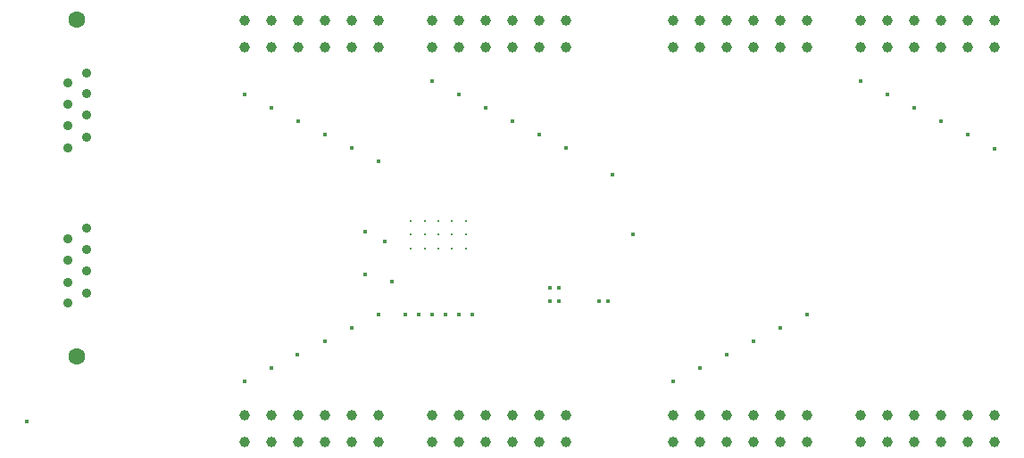
<source format=gbr>
%TF.GenerationSoftware,KiCad,Pcbnew,7.0.5*%
%TF.CreationDate,2024-02-06T06:58:20+01:00*%
%TF.ProjectId,test,74657374-2e6b-4696-9361-645f70636258,rev?*%
%TF.SameCoordinates,Original*%
%TF.FileFunction,Plated,1,2,PTH,Drill*%
%TF.FilePolarity,Positive*%
%FSLAX46Y46*%
G04 Gerber Fmt 4.6, Leading zero omitted, Abs format (unit mm)*
G04 Created by KiCad (PCBNEW 7.0.5) date 2024-02-06 06:58:20*
%MOMM*%
%LPD*%
G01*
G04 APERTURE LIST*
%TA.AperFunction,ComponentDrill*%
%ADD10C,0.300000*%
%TD*%
%TA.AperFunction,ViaDrill*%
%ADD11C,0.400000*%
%TD*%
%TA.AperFunction,ComponentDrill*%
%ADD12C,0.900000*%
%TD*%
%TA.AperFunction,ComponentDrill*%
%ADD13C,1.000000*%
%TD*%
%TA.AperFunction,ComponentDrill*%
%ADD14C,1.600000*%
%TD*%
G04 APERTURE END LIST*
D10*
%TO.C,U3*%
X133925000Y-90140000D03*
X133925000Y-91440000D03*
X133925000Y-92740000D03*
X135225000Y-90140000D03*
X135225000Y-91440000D03*
X135225000Y-92740000D03*
X136525000Y-90140000D03*
X136525000Y-91440000D03*
X136525000Y-92740000D03*
X137825000Y-90140000D03*
X137825000Y-91440000D03*
X137825000Y-92740000D03*
X139125000Y-90140000D03*
X139125000Y-91440000D03*
X139125000Y-92740000D03*
%TD*%
D11*
X97457500Y-109220000D03*
X118110000Y-78105000D03*
X118110000Y-105410000D03*
X120650000Y-79375000D03*
X120650000Y-104140000D03*
X123115000Y-102870000D03*
X123190000Y-80645000D03*
X125730000Y-81915000D03*
X125730000Y-101600000D03*
X128270000Y-83185000D03*
X128270000Y-100330000D03*
X129540000Y-95250000D03*
X129544418Y-91124735D03*
X130810000Y-84455000D03*
X130810000Y-99060000D03*
X131445000Y-92075000D03*
X132080000Y-95885000D03*
X133350000Y-99060000D03*
X134620000Y-99060000D03*
X135890000Y-76835000D03*
X135890000Y-99060000D03*
X137160000Y-99060000D03*
X138430000Y-78105000D03*
X138430000Y-99060000D03*
X139700000Y-99060000D03*
X140970000Y-79375000D03*
X143510000Y-80645000D03*
X146050000Y-81915000D03*
X147105497Y-96520000D03*
X147105497Y-97790000D03*
X147955000Y-96520000D03*
X147955000Y-97790000D03*
X148590000Y-83185000D03*
X151765000Y-97790000D03*
X152614503Y-97790000D03*
X153035000Y-85725000D03*
X154940000Y-91440000D03*
X158750000Y-105410000D03*
X161290000Y-104140000D03*
X163830000Y-102870000D03*
X166370000Y-101600000D03*
X168910000Y-100330000D03*
X171450000Y-99022500D03*
X176530000Y-76835000D03*
X179070000Y-78105000D03*
X181610000Y-79375000D03*
X184150000Y-80645000D03*
X186690000Y-81915000D03*
X189230000Y-83312000D03*
D12*
%TO.C,J3*%
X101345000Y-77035000D03*
X101345000Y-79075000D03*
X101345000Y-81115000D03*
X101345000Y-83155000D03*
X101345000Y-91855000D03*
X101345000Y-93895000D03*
X101345000Y-95935000D03*
X101345000Y-97935000D03*
X103125000Y-76055000D03*
X103125000Y-78055000D03*
X103125000Y-80095000D03*
X103125000Y-82135000D03*
X103125000Y-90835000D03*
X103125000Y-92875000D03*
X103125000Y-94915000D03*
X103125000Y-96955000D03*
D13*
%TO.C,J4*%
X118110000Y-71125000D03*
X118110000Y-73665000D03*
%TO.C,J8*%
X118110000Y-108580000D03*
X118110000Y-111120000D03*
%TO.C,J4*%
X120650000Y-71125000D03*
X120650000Y-73665000D03*
%TO.C,J8*%
X120650000Y-108580000D03*
X120650000Y-111120000D03*
%TO.C,J4*%
X123190000Y-71125000D03*
X123190000Y-73665000D03*
%TO.C,J8*%
X123190000Y-108580000D03*
X123190000Y-111120000D03*
%TO.C,J4*%
X125730000Y-71125000D03*
X125730000Y-73665000D03*
%TO.C,J8*%
X125730000Y-108580000D03*
X125730000Y-111120000D03*
%TO.C,J4*%
X128270000Y-71125000D03*
X128270000Y-73665000D03*
%TO.C,J8*%
X128270000Y-108580000D03*
X128270000Y-111120000D03*
%TO.C,J4*%
X130810000Y-71125000D03*
X130810000Y-73665000D03*
%TO.C,J8*%
X130810000Y-108580000D03*
X130810000Y-111120000D03*
%TO.C,J5*%
X135890000Y-71125000D03*
X135890000Y-73665000D03*
%TO.C,J9*%
X135890000Y-108580000D03*
X135890000Y-111120000D03*
%TO.C,J5*%
X138430000Y-71125000D03*
X138430000Y-73665000D03*
%TO.C,J9*%
X138430000Y-108580000D03*
X138430000Y-111120000D03*
%TO.C,J5*%
X140970000Y-71125000D03*
X140970000Y-73665000D03*
%TO.C,J9*%
X140970000Y-108580000D03*
X140970000Y-111120000D03*
%TO.C,J5*%
X143510000Y-71125000D03*
X143510000Y-73665000D03*
%TO.C,J9*%
X143510000Y-108580000D03*
X143510000Y-111120000D03*
%TO.C,J5*%
X146050000Y-71125000D03*
X146050000Y-73665000D03*
%TO.C,J9*%
X146050000Y-108580000D03*
X146050000Y-111120000D03*
%TO.C,J5*%
X148590000Y-71125000D03*
X148590000Y-73665000D03*
%TO.C,J9*%
X148590000Y-108580000D03*
X148590000Y-111120000D03*
%TO.C,J6*%
X158750000Y-71125000D03*
X158750000Y-73665000D03*
%TO.C,J10*%
X158750000Y-108580000D03*
X158750000Y-111120000D03*
%TO.C,J6*%
X161290000Y-71125000D03*
X161290000Y-73665000D03*
%TO.C,J10*%
X161290000Y-108580000D03*
X161290000Y-111120000D03*
%TO.C,J6*%
X163830000Y-71125000D03*
X163830000Y-73665000D03*
%TO.C,J10*%
X163830000Y-108580000D03*
X163830000Y-111120000D03*
%TO.C,J6*%
X166370000Y-71125000D03*
X166370000Y-73665000D03*
%TO.C,J10*%
X166370000Y-108580000D03*
X166370000Y-111120000D03*
%TO.C,J6*%
X168910000Y-71125000D03*
X168910000Y-73665000D03*
%TO.C,J10*%
X168910000Y-108580000D03*
X168910000Y-111120000D03*
%TO.C,J6*%
X171450000Y-71125000D03*
X171450000Y-73665000D03*
%TO.C,J10*%
X171450000Y-108580000D03*
X171450000Y-111120000D03*
%TO.C,J7*%
X176530000Y-71125000D03*
X176530000Y-73665000D03*
%TO.C,J11*%
X176530000Y-108580000D03*
X176530000Y-111120000D03*
%TO.C,J7*%
X179070000Y-71125000D03*
X179070000Y-73665000D03*
%TO.C,J11*%
X179070000Y-108580000D03*
X179070000Y-111120000D03*
%TO.C,J7*%
X181610000Y-71125000D03*
X181610000Y-73665000D03*
%TO.C,J11*%
X181610000Y-108580000D03*
X181610000Y-111120000D03*
%TO.C,J7*%
X184150000Y-71125000D03*
X184150000Y-73665000D03*
%TO.C,J11*%
X184150000Y-108580000D03*
X184150000Y-111120000D03*
%TO.C,J7*%
X186690000Y-71125000D03*
X186690000Y-73665000D03*
%TO.C,J11*%
X186690000Y-108580000D03*
X186690000Y-111120000D03*
%TO.C,J7*%
X189230000Y-71125000D03*
X189230000Y-73665000D03*
%TO.C,J11*%
X189230000Y-108580000D03*
X189230000Y-111120000D03*
D14*
%TO.C,J3*%
X102235000Y-70995000D03*
X102235000Y-102995000D03*
M02*

</source>
